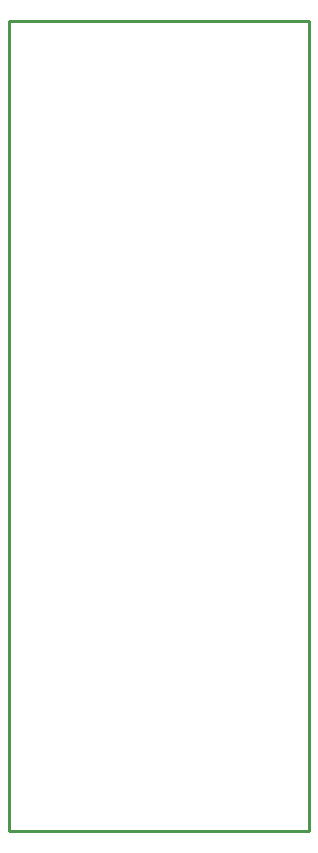
<source format=gko>
G04 Layer: BoardOutlineLayer*
G04 EasyEDA v6.5.23, 2023-04-11 20:13:02*
G04 e297842dbb544247bfc84afc803f130c,770f52a9c06342aeb7d9f723a0e8078a,10*
G04 Gerber Generator version 0.2*
G04 Scale: 100 percent, Rotated: No, Reflected: No *
G04 Dimensions in inches *
G04 leading zeros omitted , absolute positions ,3 integer and 6 decimal *
%FSLAX36Y36*%
%MOIN*%

%ADD10C,0.0100*%
D10*
X0Y0D02*
G01*
X1000000Y0D01*
X1000000Y-2700000D01*
X0Y-2700000D01*
X0Y0D01*

%LPD*%
M02*

</source>
